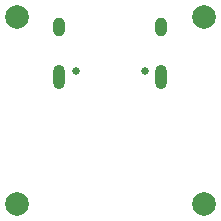
<source format=gbr>
%TF.GenerationSoftware,KiCad,Pcbnew,(6.0.5)*%
%TF.CreationDate,2022-07-03T04:30:49-06:00*%
%TF.ProjectId,usbc-daughter-board,75736263-2d64-4617-9567-687465722d62,1.0*%
%TF.SameCoordinates,Original*%
%TF.FileFunction,Soldermask,Bot*%
%TF.FilePolarity,Negative*%
%FSLAX46Y46*%
G04 Gerber Fmt 4.6, Leading zero omitted, Abs format (unit mm)*
G04 Created by KiCad (PCBNEW (6.0.5)) date 2022-07-03 04:30:49*
%MOMM*%
%LPD*%
G01*
G04 APERTURE LIST*
%ADD10C,2.000000*%
%ADD11C,0.650000*%
%ADD12O,1.000000X1.600000*%
%ADD13O,1.000000X2.100000*%
G04 APERTURE END LIST*
D10*
%TO.C,H4*%
X135400000Y-78800000D03*
%TD*%
%TO.C,H2*%
X135400000Y-63000000D03*
%TD*%
%TO.C,H2*%
X119600000Y-63000000D03*
%TD*%
%TO.C,H3*%
X119600000Y-78800000D03*
%TD*%
D11*
%TO.C,J1*%
X130390000Y-67510000D03*
X124610000Y-67510000D03*
D12*
X131820000Y-63860000D03*
D13*
X131820000Y-68040000D03*
D12*
X123180000Y-63860000D03*
D13*
X123180000Y-68040000D03*
%TD*%
M02*

</source>
